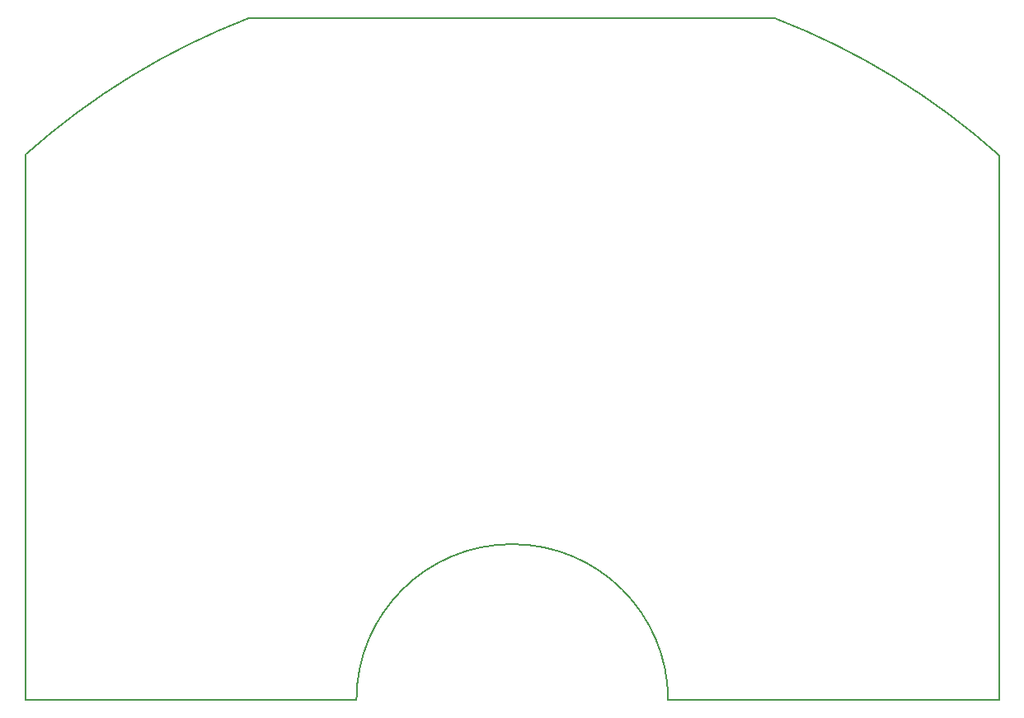
<source format=gbr>
%FSLAX46Y46*%
G04 Gerber Fmt 4.6, Leading zero omitted, Abs format (unit mm)*
G04 Created by KiCad (PCBNEW (2014-jan-25)-product) date Fri 01 Aug 2014 13:16:58 BST*
%MOMM*%
G01*
G04 APERTURE LIST*
%ADD10C,0.100000*%
%ADD11C,0.200000*%
G04 APERTURE END LIST*
D10*
D11*
X0Y-70000000D02*
X0Y-14000000D01*
X23000000Y0D02*
X77000000Y0D01*
X100000000Y-14000000D02*
X100000000Y-70000000D01*
X22983217Y43512D02*
G75*
G03X0Y-14000000I27016783J-70043512D01*
G74*
G01*
X99968940Y-14034787D02*
G75*
G03X77000000Y0I-49968940J-55965213D01*
G74*
G01*
X34000000Y-70000000D02*
X0Y-70000000D01*
X66000000Y-70000000D02*
X100000000Y-70000000D01*
X66000000Y-70000000D02*
G75*
G03X34000000Y-70000000I-16000000J0D01*
G74*
G01*
M02*

</source>
